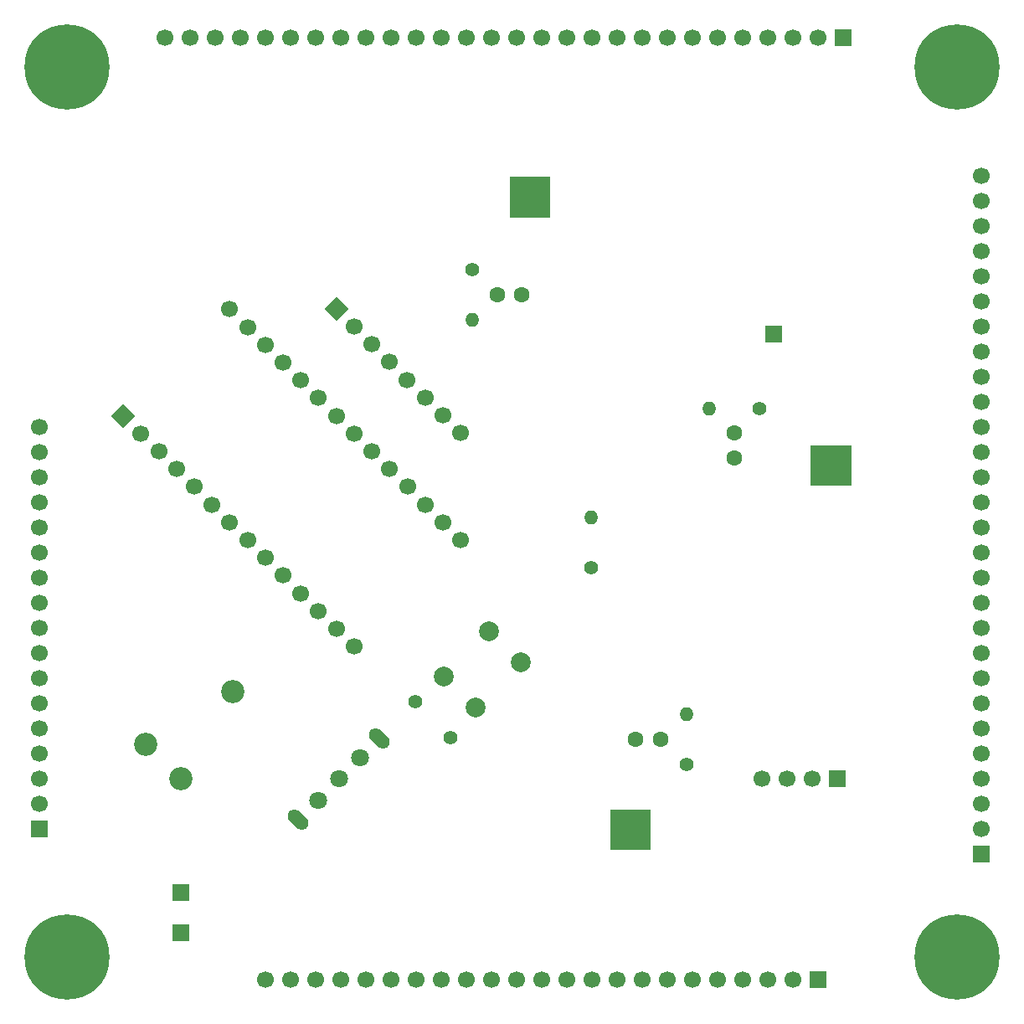
<source format=gbr>
%TF.GenerationSoftware,KiCad,Pcbnew,9.0.1*%
%TF.CreationDate,2025-04-03T16:54:10-05:00*%
%TF.ProjectId,LED-100,4c45442d-3130-4302-9e6b-696361645f70,3*%
%TF.SameCoordinates,Original*%
%TF.FileFunction,Soldermask,Bot*%
%TF.FilePolarity,Negative*%
%FSLAX46Y46*%
G04 Gerber Fmt 4.6, Leading zero omitted, Abs format (unit mm)*
G04 Created by KiCad (PCBNEW 9.0.1) date 2025-04-03 16:54:10*
%MOMM*%
%LPD*%
G01*
G04 APERTURE LIST*
G04 Aperture macros list*
%AMHorizOval*
0 Thick line with rounded ends*
0 $1 width*
0 $2 $3 position (X,Y) of the first rounded end (center of the circle)*
0 $4 $5 position (X,Y) of the second rounded end (center of the circle)*
0 Add line between two ends*
20,1,$1,$2,$3,$4,$5,0*
0 Add two circle primitives to create the rounded ends*
1,1,$1,$2,$3*
1,1,$1,$4,$5*%
%AMRotRect*
0 Rectangle, with rotation*
0 The origin of the aperture is its center*
0 $1 length*
0 $2 width*
0 $3 Rotation angle, in degrees counterclockwise*
0 Add horizontal line*
21,1,$1,$2,0,0,$3*%
G04 Aperture macros list end*
%ADD10C,0.100000*%
%ADD11HorizOval,1.400000X0.000000X0.000000X0.000000X0.000000X0*%
%ADD12C,1.400000*%
%ADD13C,2.000000*%
%ADD14R,1.700000X1.700000*%
%ADD15C,1.700000*%
%ADD16C,1.600000*%
%ADD17O,1.400000X1.400000*%
%ADD18C,4.700000*%
%ADD19C,8.600000*%
%ADD20RotRect,1.700000X1.700000X45.000000*%
%ADD21C,2.340000*%
%ADD22C,1.800000*%
%ADD23HorizOval,1.400000X-0.353553X0.353553X0.353553X-0.353553X0*%
G04 APERTURE END LIST*
D10*
%TO.C,U2*%
X163925000Y-134080000D02*
X159925000Y-134080000D01*
X159925000Y-130080000D01*
X163925000Y-130080000D01*
X163925000Y-134080000D01*
G36*
X163925000Y-134080000D02*
G01*
X159925000Y-134080000D01*
X159925000Y-130080000D01*
X163925000Y-130080000D01*
X163925000Y-134080000D01*
G37*
%TO.C,U3*%
X184230000Y-97250000D02*
X180230000Y-97250000D01*
X180230000Y-93250000D01*
X184230000Y-93250000D01*
X184230000Y-97250000D01*
G36*
X184230000Y-97250000D02*
G01*
X180230000Y-97250000D01*
X180230000Y-93250000D01*
X184230000Y-93250000D01*
X184230000Y-97250000D01*
G37*
%TO.C,U1*%
X153795480Y-70125000D02*
X149795480Y-70125000D01*
X149795480Y-66125000D01*
X153795480Y-66125000D01*
X153795480Y-70125000D01*
G36*
X153795480Y-70125000D02*
G01*
X149795480Y-70125000D01*
X149795480Y-66125000D01*
X153795480Y-66125000D01*
X153795480Y-70125000D01*
G37*
%TD*%
D11*
%TO.C,R5*%
X140203949Y-119203949D03*
D12*
X143796051Y-122796051D03*
%TD*%
D13*
%TO.C,SELECT*%
X150892245Y-115199857D03*
X146296051Y-119796051D03*
X147710264Y-112017876D03*
X143114070Y-116614071D03*
%TD*%
D14*
%TO.C,J2*%
X180975000Y-147320000D03*
D15*
X178435000Y-147320000D03*
X175895000Y-147320000D03*
X173355000Y-147320000D03*
X170815000Y-147320000D03*
X168275000Y-147320000D03*
X165735000Y-147320000D03*
X163195000Y-147320000D03*
X160655000Y-147320000D03*
X158115000Y-147320000D03*
X155575000Y-147320000D03*
X153035000Y-147320000D03*
X150495000Y-147320000D03*
X147955000Y-147320000D03*
X145415000Y-147320000D03*
X142875000Y-147320000D03*
X140335000Y-147320000D03*
X137795000Y-147320000D03*
X135255000Y-147320000D03*
X132715000Y-147320000D03*
X130175000Y-147320000D03*
X127635000Y-147320000D03*
X125095000Y-147320000D03*
%TD*%
D16*
%TO.C,C1*%
X151000000Y-78000000D03*
X148500000Y-78000000D03*
%TD*%
D12*
%TO.C,R3*%
X175000000Y-89500000D03*
D17*
X169920000Y-89500000D03*
%TD*%
D12*
%TO.C,R2*%
X167640000Y-125500000D03*
D17*
X167640000Y-120420000D03*
%TD*%
D14*
%TO.C,J5*%
X182870000Y-127000000D03*
D15*
X180330000Y-127000000D03*
X177790000Y-127000000D03*
X175250000Y-127000000D03*
%TD*%
D16*
%TO.C,C3*%
X172500000Y-94500000D03*
X172500000Y-92000000D03*
%TD*%
D12*
%TO.C,R4*%
X158000000Y-105580000D03*
D17*
X158000000Y-100500000D03*
%TD*%
D18*
%TO.C,H2*%
X195000000Y-55000000D03*
D19*
X195000000Y-55000000D03*
%TD*%
D14*
%TO.C,J7*%
X176500000Y-82000000D03*
%TD*%
D12*
%TO.C,R1*%
X146000000Y-75500000D03*
D17*
X146000000Y-80580000D03*
%TD*%
D20*
%TO.C,J8*%
X132228386Y-79431547D03*
D15*
X134024437Y-81227598D03*
X135820488Y-83023649D03*
X137616540Y-84819701D03*
X139412591Y-86615752D03*
X141208642Y-88411803D03*
X143004693Y-90207854D03*
X144800745Y-92003906D03*
%TD*%
D18*
%TO.C,H1*%
X105000000Y-55000000D03*
D19*
X105000000Y-55000000D03*
%TD*%
D16*
%TO.C,C2*%
X162500000Y-123000000D03*
X165000000Y-123000000D03*
%TD*%
D14*
%TO.C,TP1*%
X116500000Y-138500000D03*
%TD*%
D20*
%TO.C,U4*%
X110691600Y-90261068D03*
D15*
X112487651Y-92057120D03*
X114283702Y-93853171D03*
X116079754Y-95649222D03*
X117875805Y-97445273D03*
X119671856Y-99241324D03*
X121467907Y-101037376D03*
X123263959Y-102833427D03*
X125060010Y-104629478D03*
X126856061Y-106425529D03*
X128652112Y-108221581D03*
X130448163Y-110017632D03*
X132244215Y-111813683D03*
X134040266Y-113609734D03*
X144816573Y-102833427D03*
X143020522Y-101037376D03*
X141224471Y-99241324D03*
X139428420Y-97445273D03*
X137632368Y-95649222D03*
X135836317Y-93853171D03*
X134040266Y-92057120D03*
X132244215Y-90261068D03*
X130448163Y-88465017D03*
X128652112Y-86668966D03*
X126856061Y-84872915D03*
X125060010Y-83076863D03*
X123263959Y-81280812D03*
X121467907Y-79484761D03*
%TD*%
D18*
%TO.C,H4*%
X195000000Y-145000000D03*
D19*
X195000000Y-145000000D03*
%TD*%
D21*
%TO.C,RV1*%
X112964466Y-123464466D03*
X121803301Y-118161165D03*
X116500000Y-127000000D03*
%TD*%
D14*
%TO.C,J3*%
X197485000Y-134620000D03*
D15*
X197485000Y-132080000D03*
X197485000Y-129540000D03*
X197485000Y-127000000D03*
X197485000Y-124460000D03*
X197485000Y-121920000D03*
X197485000Y-119380000D03*
X197485000Y-116840000D03*
X197485000Y-114300000D03*
X197485000Y-111760000D03*
X197485000Y-109220000D03*
X197485000Y-106680000D03*
X197485000Y-104140000D03*
X197485000Y-101600000D03*
X197485000Y-99060000D03*
X197485000Y-96520000D03*
X197485000Y-93980000D03*
X197485000Y-91440000D03*
X197485000Y-88900000D03*
X197485000Y-86360000D03*
X197485000Y-83820000D03*
X197485000Y-81280000D03*
X197485000Y-78740000D03*
X197485000Y-76200000D03*
X197485000Y-73660000D03*
X197485000Y-71120000D03*
X197485000Y-68580000D03*
X197485000Y-66040000D03*
%TD*%
D14*
%TO.C,J4*%
X102235000Y-132080000D03*
D15*
X102235000Y-129540000D03*
X102235000Y-127000000D03*
X102235000Y-124460000D03*
X102235000Y-121920000D03*
X102235000Y-119380000D03*
X102235000Y-116840000D03*
X102235000Y-114300000D03*
X102235000Y-111760000D03*
X102235000Y-109220000D03*
X102235000Y-106680000D03*
X102235000Y-104140000D03*
X102235000Y-101600000D03*
X102235000Y-99060000D03*
X102235000Y-96520000D03*
X102235000Y-93980000D03*
X102235000Y-91440000D03*
%TD*%
D22*
%TO.C,SW1*%
X134621320Y-124878680D03*
X132500000Y-127000000D03*
X130378680Y-129121320D03*
D23*
X136601219Y-122898781D03*
X128398781Y-131101219D03*
%TD*%
D14*
%TO.C,TP2*%
X116500000Y-142500000D03*
%TD*%
%TO.C,J1*%
X183515000Y-52070000D03*
D15*
X180975000Y-52070000D03*
X178435000Y-52070000D03*
X175895000Y-52070000D03*
X173355000Y-52070000D03*
X170815000Y-52070000D03*
X168275000Y-52070000D03*
X165735000Y-52070000D03*
X163195000Y-52070000D03*
X160655000Y-52070000D03*
X158115000Y-52070000D03*
X155575000Y-52070000D03*
X153035000Y-52070000D03*
X150495000Y-52070000D03*
X147955000Y-52070000D03*
X145415000Y-52070000D03*
X142875000Y-52070000D03*
X140335000Y-52070000D03*
X137795000Y-52070000D03*
X135255000Y-52070000D03*
X132715000Y-52070000D03*
X130175000Y-52070000D03*
X127635000Y-52070000D03*
X125095000Y-52070000D03*
X122555000Y-52070000D03*
X120015000Y-52070000D03*
X117475000Y-52070000D03*
X114935000Y-52070000D03*
%TD*%
D18*
%TO.C,H3*%
X105000000Y-145000000D03*
D19*
X105000000Y-145000000D03*
%TD*%
M02*

</source>
